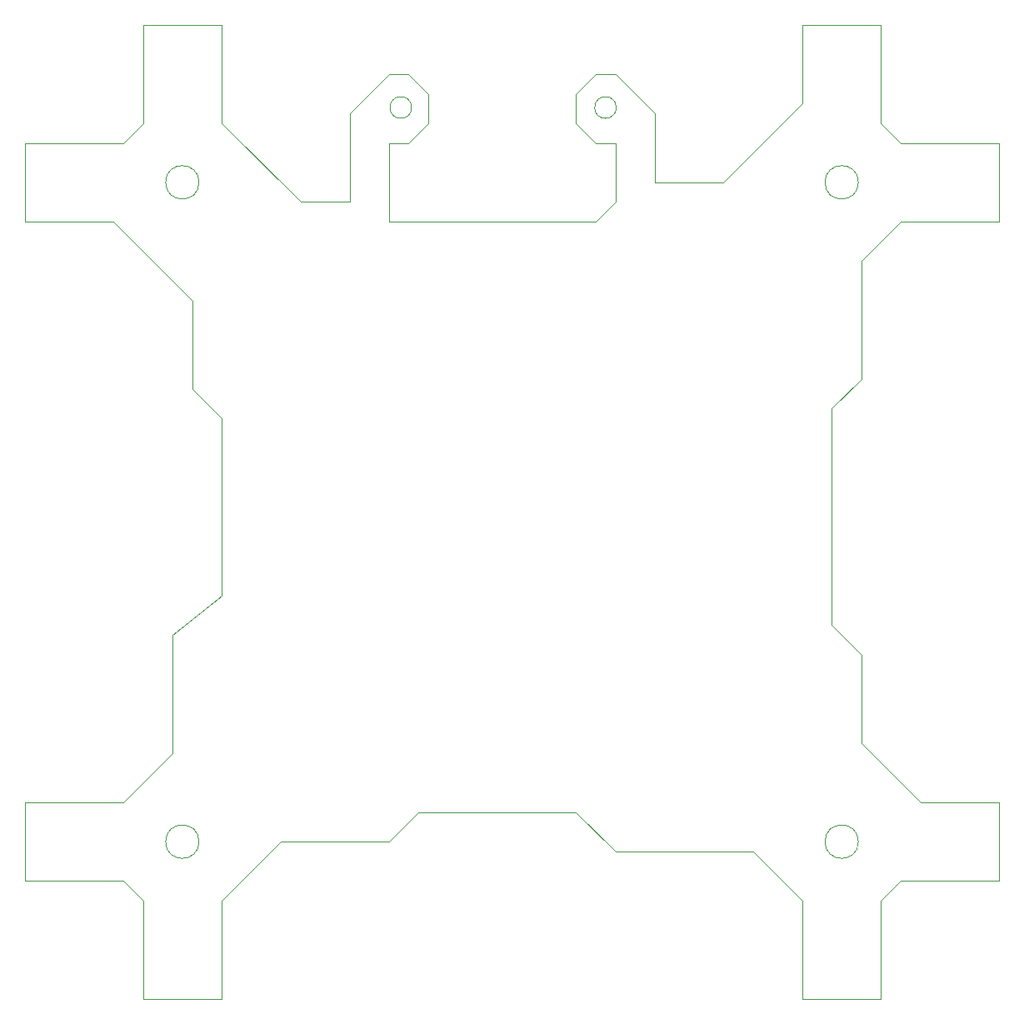
<source format=gbr>
G04 #@! TF.FileFunction,Profile,NP*
%FSLAX45Y45*%
G04 Gerber Fmt 4.5, Leading zero omitted, Abs format (unit mm)*
G04 Created by KiCad (PCBNEW 4.0.1-stable) date 2017/05/05 18:15:20*
%MOMM*%
G01*
G04 APERTURE LIST*
%ADD10C,0.100000*%
G04 APERTURE END LIST*
D10*
X7600000Y-2800000D02*
X8300000Y-2800000D01*
X7600000Y-2100000D02*
X7600000Y-2800000D01*
X7000000Y-3200000D02*
X4900000Y-3200000D01*
X7200000Y-3000000D02*
X7000000Y-3200000D01*
X7200000Y-2400000D02*
X7200000Y-3000000D01*
X7000000Y-2400000D02*
X7200000Y-2400000D01*
X6800000Y-2200000D02*
X7000000Y-2400000D01*
X6800000Y-1900000D02*
X6800000Y-2200000D01*
X4500000Y-3000000D02*
X4000000Y-3000000D01*
X4500000Y-2100000D02*
X4500000Y-3000000D01*
X4900000Y-2400000D02*
X4900000Y-3200000D01*
X5100000Y-2400000D02*
X4900000Y-2400000D01*
X5300000Y-2200000D02*
X5100000Y-2400000D01*
X5300000Y-1900000D02*
X5300000Y-2200000D01*
X3200000Y-2200000D02*
X4000000Y-3000000D01*
X4900000Y-1700000D02*
X4500000Y-2100000D01*
X5100000Y-1700000D02*
X4900000Y-1700000D01*
X7200000Y-1700000D02*
X7600000Y-2100000D01*
X7000000Y-1700000D02*
X7200000Y-1700000D01*
X6800000Y-1900000D02*
X7000000Y-1700000D01*
X5100000Y-1700000D02*
X5300000Y-1900000D01*
X5130000Y-2040000D02*
G75*
G03X5130000Y-2040000I-110000J0D01*
G01*
X7210000Y-2040000D02*
G75*
G03X7210000Y-2040000I-110000J0D01*
G01*
X9700000Y-4800000D02*
X9400000Y-5100000D01*
X9700000Y-3600000D02*
X9700000Y-4800000D01*
X10100000Y-3200000D02*
X9700000Y-3600000D01*
X8300000Y-2800000D02*
X9100000Y-2000000D01*
X2900000Y-4000000D02*
X2100000Y-3200000D01*
X2900000Y-4900000D02*
X2900000Y-4000000D01*
X3200000Y-5200000D02*
X2900000Y-4900000D01*
X3200000Y-7000000D02*
X3200000Y-5200000D01*
X2700000Y-7400000D02*
X3200000Y-7000000D01*
X2700000Y-8600000D02*
X2700000Y-7400000D01*
X2200000Y-9100000D02*
X2700000Y-8600000D01*
X6800000Y-9200000D02*
X5200000Y-9200000D01*
X7200000Y-9600000D02*
X6800000Y-9200000D01*
X8600000Y-9600000D02*
X7200000Y-9600000D01*
X9100000Y-10100000D02*
X8600000Y-9600000D01*
X9700000Y-8500000D02*
X10300000Y-9100000D01*
X9700000Y-7600000D02*
X9700000Y-8500000D01*
X9400000Y-7300000D02*
X9700000Y-7600000D01*
X9400000Y-5100000D02*
X9400000Y-7300000D01*
X9100000Y-11100000D02*
X9100000Y-10100000D01*
X4900000Y-9500000D02*
X5200000Y-9200000D01*
X3800000Y-9500000D02*
X4900000Y-9500000D01*
X3200000Y-10100000D02*
X3800000Y-9500000D01*
X2200000Y-9900000D02*
X1200000Y-9900000D01*
X2200000Y-9100000D02*
X1200000Y-9100000D01*
X1200000Y-9900000D02*
X1200000Y-9100000D01*
X3200000Y-11100000D02*
X2400000Y-11100000D01*
X3200000Y-10100000D02*
X3200000Y-11100000D01*
X2400000Y-10100000D02*
X2400000Y-11100000D01*
X9900000Y-10100000D02*
X9900000Y-11100000D01*
X9900000Y-11100000D02*
X9100000Y-11100000D01*
X11100000Y-9100000D02*
X11100000Y-9900000D01*
X10300000Y-9100000D02*
X11100000Y-9100000D01*
X10100000Y-9900000D02*
X11100000Y-9900000D01*
X2400000Y-2200000D02*
X2400000Y-1200000D01*
X3200000Y-2200000D02*
X3200000Y-1200000D01*
X2400000Y-1200000D02*
X3200000Y-1200000D01*
X1200000Y-3200000D02*
X1200000Y-2400000D01*
X2100000Y-3200000D02*
X1200000Y-3200000D01*
X2200000Y-2400000D02*
X1200000Y-2400000D01*
X9100000Y-1200000D02*
X9900000Y-1200000D01*
X9100000Y-2000000D02*
X9100000Y-1200000D01*
X9900000Y-2200000D02*
X9900000Y-1200000D01*
X11100000Y-2400000D02*
X11100000Y-3200000D01*
X10100000Y-2400000D02*
X11100000Y-2400000D01*
X2200000Y-2400000D02*
X2400000Y-2200000D01*
X9900000Y-2200000D02*
X10100000Y-2400000D01*
X9900000Y-10100000D02*
X10100000Y-9900000D01*
X2400000Y-10100000D02*
X2200000Y-9900000D01*
X10100000Y-3200000D02*
X11100000Y-3200000D01*
X9670000Y-2800000D02*
G75*
G03X9670000Y-2800000I-170000J0D01*
G01*
X2970000Y-2800000D02*
G75*
G03X2970000Y-2800000I-170000J0D01*
G01*
X2970000Y-9500000D02*
G75*
G03X2970000Y-9500000I-170000J0D01*
G01*
X9670000Y-9500000D02*
G75*
G03X9670000Y-9500000I-170000J0D01*
G01*
M02*

</source>
